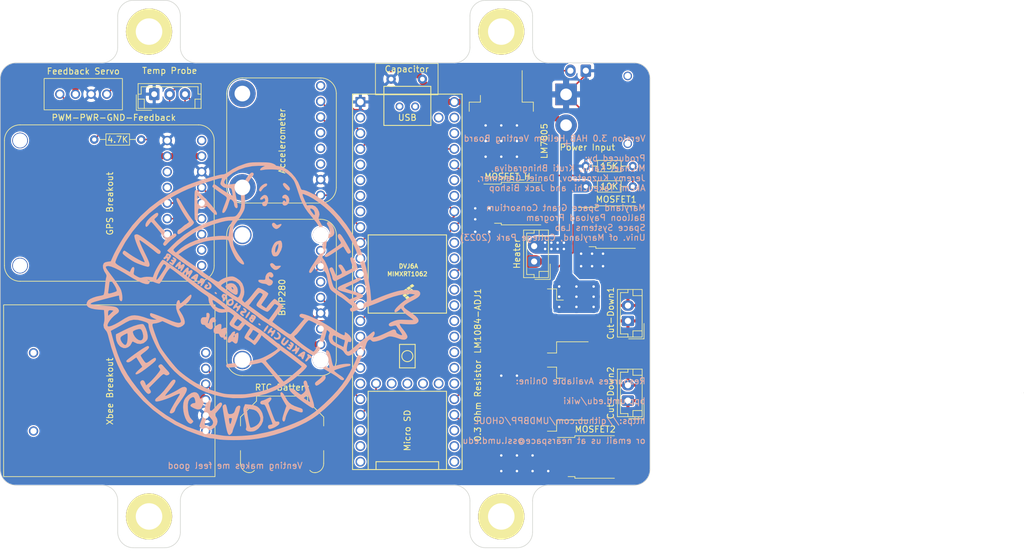
<source format=kicad_pcb>
(kicad_pcb (version 20221018) (generator pcbnew)
  (layers (0 "F.Cu" signal) (31 "B.Cu" signal) (34 "B.Paste" user) (35 "F.Paste" user) (36 "B.SilkS" user "B.Silkscreen") (37 "F.SilkS" user "F.Silkscreen") (38 "B.Mask" user) (39 "F.Mask" user) (44 "Edge.Cuts" user))
  (net 0 "")
  (net 1 "Servo PWM")
  (net 2 "Net-(Cut-Down1-In)")
  (net 3 "Nic2")
  (net 4 "Nic1")
  (net 5 "Net-(LM1084-ADJ1-VO)")
  (net 7 "GND")
  (net 8 "5v pwr")
  (net 15 "Feedback")
  (net 16 "Net-(Cut-Down1-Out)")
  (net 17 "Net-(Cut-Down2-Out)")
  (net 20 "Vin")
  (net 22 "3v3 pwr")
  (net 23 "Xbee DIn")
  (net 24 "Xbee DOut")
  (net 25 "SCL")
  (net 26 "SDA")
  (net 28 "Net-(GPS Breakout1-TX)")
  (net 29 "Net-(GPS Breakout1-RX)")
  (net 66 "Net-(MOSFET_H1-G)")
  (net 67 "Net-(MOSFET_H1-D)")
  (net 68 "Vdiv")
  (net 69 "Net-(BT1-+)")
  (net 71 "Net-(U1-1_TX1_CTX2_MISO1)")
  (footprint "GHOULFootPrints:GHOULIMU" (layer "F.Cu") (at 148.495 91.345 90)
    (fp_text reference "Accelerometer")
    (fp_text value "GHOULIMU")
  )
  (footprint "mechanical:MountingHole_4.3mm_M4_DIN965_Pad" (layer "F.Cu") (at 175.26 142.24)
    (fp_text reference locked "REF**" hide)
    (fp_text value "MountingHole_4.3mm_M4_DIN965_Pad")
  )
  (footprint "Resistor_THT:R_Axial_DIN0204_L3.6mm_D1.6mm_P7.62mm_Horizontal" (layer "F.Cu") (at 196.596 85.344 180)
    (fp_text reference "15K")
    (fp_text value "15K")
  )
  (footprint "Resistor_THT:R_Axial_DIN0204_L3.6mm_D1.6mm_P7.62mm_Horizontal" (layer "F.Cu") (at 188.976 88.646)
    (fp_text reference "10K")
    (fp_text value "10K")
  )
  (footprint "Package_TO_SOT_SMD:TO-252-2" (layer "F.Cu") (at 190.51 132.588)
    (fp_text reference "MOSFET2")
    (fp_text value "IRF540N")
  )
  (footprint "Resistor_THT:R_Axial_DIN0204_L3.6mm_D1.6mm_P7.62mm_Horizontal" (layer "F.Cu") (at 109.22 81.026)
    (fp_text reference "4.7K")
    (fp_text value "4.7K")
  )
  (footprint "GHOULFootPrints:BMP280" (layer "F.Cu") (at 148.495 106.68 90)
    (fp_text reference "BMP280")
    (fp_text value "BMP280")
  )
  (footprint "Connector_JST:JST_EH_B2B-EH-A_1x02_P2.50mm_Vertical" (layer "F.Cu") (at 180.594 100.838 90)
    (fp_text reference "Heater")
    (fp_text value "Heater")
  )
  (footprint "GHOULFootPrints:GhoulResistor" (layer "F.Cu") (at 165.005 68.675 180)
    (fp_text reference "Capacitor")
    (fp_text value "C 10 nano-farad")
  )
  (footprint "" (layer "F.Cu") (at 175.26 63.5)
    (fp_text reference "")
    (fp_text value "")
  )
  (footprint "" (layer "F.Cu") (at 188.976 69.85 90)
    (fp_text reference "")
    (fp_text value "")
  )
  (footprint "Package_TO_SOT_SMD:TO-252-2" (layer "F.Cu") (at 178.572 91.44)
    (fp_text reference "MOSFET_H")
    (fp_text value "IRF540N")
  )
  (footprint "Package_TO_SOT_SMD:TO-263-3_TabPin2" (layer "F.Cu") (at 175.26 77.905 -90)
    (fp_text reference "LM7805")
    (fp_text value "LM7805_TO220")
  )
  (footprint "GHOULFootPrints:ServoPinout" (layer "F.Cu") (at 101.092 76.2)
    (fp_text reference "Feedback Servo")
    (fp_text value "Feedback_Serv")
  )
  (footprint "mechanical:MountingHole_4.3mm_M4_DIN965_Pad" (layer "F.Cu") (at 118.11 63.5)
    (fp_text reference "REF**" hide)
    (fp_text value "MountingHole_4.3mm_M4_DIN965_Pad")
  )
  (footprint "Connector_JST:JST_EH_B3B-EH-A_1x03_P2.50mm_Vertical" (layer "F.Cu") (at 118.952 73.66)
    (fp_text reference "Temp Probe")
    (fp_text value "DS18S20")
  )
  (footprint "teensy.pretty-master:Teensy41" (layer "F.Cu") (at 160.02 104.14 -90)
    (fp_text reference " ")
    (fp_text value "Teensy4.1")
  )
  (footprint "Connector_JST:JST_EH_B2B-EH-A_1x02_P2.50mm_Vertical" (layer "F.Cu") (at 195.81 110.49 90)
    (fp_text reference "Cut-Down1")
    (fp_text value "NichromeConnector")
  )
  (footprint "Battery:BatteryHolder_Keystone_3000_1x12mm" (layer "F.Cu") (at 139.7 129.54)
    (fp_text reference "BT1" hide)
    (fp_text value "Battery_Cell")
  )
  (footprint "GHOULFootPrints:XBee Explorer" (layer "F.Cu") (at 128.81 135.775 90)
    (fp_text reference "Xbee Breakout")
    (fp_text value "Xbee")
  )
  (footprint "GHOULFootPrints:Ultimate GPS Breakout v3" (layer "F.Cu") (at 128.683 104.045 90)
    (fp_text reference "GPS Breakout")
    (fp_text value "Ultimate_GPS_Breakout_v3")
  )
  (footprint "Package_TO_SOT_SMD:TO-263-2" (layer "F.Cu") (at 181.29 123.19 180)
    (fp_text reference "0.3 Ohm Resistor")
    (fp_text value "03")
  )
  (footprint "" (layer "F.Cu") (at 186.476 69.85 90)
    (fp_text reference "")
    (fp_text value "")
  )
  (footprint "mechanical:MountingHole_4.3mm_M4_DIN965_Pad" (layer "F.Cu") (at 118.11 142.24)
    (fp_text reference "REF**" hide)
    (fp_text value "MountingHole_4.3mm_M4_DIN965_Pad")
  )
  (footprint "Package_TO_SOT_SMD:TO-252-2" (layer "F.Cu") (at 193.915 95.249)
    (fp_text reference "MOSFET1")
    (fp_text value "IRF540N")
  )
  (footprint "Package_TO_SOT_SMD:TO-263-3_TabPin2" (layer "F.Cu") (at 181.29 110.49 180)
    (fp_text reference "LM1084-ADJ1")
    (fp_text value "LM1084-ADJ")
  )
  (footprint "Connector_JST:JST_EH_B2B-EH-A_1x02_P2.50mm_Vertical" (layer "F.Cu") (at 195.81 123.425 90)
    (fp_text reference "Cut-Down2")
    (fp_text value "NichromeConnector")
  )
  (footprint "Connector_AMASS:AMASS_XT30PW-M_1x02_P2.50mm_Horizontal" (layer "B.Cu") (at 185.775 73.7 90)
    (fp_text reference "Power Input")
    (fp_text value "Conn_01x02")
  )
  (footprint "LOGO" (layer "B.Cu") (at 134.112 107.95 180)
    (fp_text reference "G***" hide)
    (fp_text value "LOGO" hide)
  )
  (gr_line (start 170.18 66.04) (end 170.18 60.96) (stroke (width 0.1)) (layer "Edge.Cuts"))
  (gr_line (start 172.72 58.42) (end 177.8 58.42) (stroke (width 0.1)) (layer "Edge.Cuts"))
  (gr_arc (start 113.03 60.96) (mid 113.773949 59.163949) (end 115.57 58.42) (stroke (width 0.1)) (layer "Edge.Cuts"))
  (gr_line (start 182.88 68.58) (end 196.85 68.58) (stroke (width 0.1)) (layer "Edge.Cuts"))
  (gr_line (start 182.88 137.16) (end 196.85 137.16) (stroke (width 0.1)) (layer "Edge.Cuts"))
  (gr_line (start 113.03 66.04) (end 113.03 60.96) (stroke (width 0.1)) (layer "Edge.Cuts"))
  (gr_arc (start 115.57 147.32) (mid 113.773949 146.576051) (end 113.03 144.78) (stroke (width 0.1)) (layer "Edge.Cuts"))
  (gr_arc (start 167.64 137.16) (mid 169.436051 137.903949) (end 170.18 139.7) (stroke (width 0.1)) (layer "Edge.Cuts"))
  (gr_line (start 180.34 144.78) (end 180.34 139.7) (stroke (width 0.1)) (layer "Edge.Cuts"))
  (gr_line (start 123.19 60.96) (end 123.19 66.04) (stroke (width 0.1)) (layer "Edge.Cuts"))
  (gr_line (start 96.52 137.16) (end 110.49 137.16) (stroke (width 0.1)) (layer "Edge.Cuts"))
  (gr_line (start 172.72 147.32) (end 177.8 147.32) (stroke (width 0.1)) (layer "Edge.Cuts"))
  (gr_arc (start 170.18 60.96) (mid 170.923949 59.163949) (end 172.72 58.42) (stroke (width 0.1)) (layer "Edge.Cuts"))
  (gr_line (start 199.39 134.62) (end 199.39 71.12) (stroke (width 0.1)) (layer "Edge.Cuts"))
  (gr_arc (start 120.65 58.42) (mid 122.446051 59.163949) (end 123.19 60.96) (stroke (width 0.1)) (layer "Edge.Cuts"))
  (gr_arc (start 110.49 137.16) (mid 112.286051 137.903949) (end 113.03 139.7) (stroke (width 0.1)) (layer "Edge.Cuts"))
  (gr_arc (start 177.8 58.42) (mid 179.596051 59.163949) (end 180.34 60.96) (stroke (width 0.1)) (layer "Edge.Cuts"))
  (gr_line (start 125.73 137.16) (end 167.64 137.16) (stroke (width 0.1)) (layer "Edge.Cuts"))
  (gr_arc (start 172.72 147.32) (mid 170.923949 146.576051) (end 170.18 144.78) (stroke (width 0.1)) (layer "Edge.Cuts"))
  (gr_line (start 123.19 144.78) (end 123.19 139.7) (stroke (width 0.1)) (layer "Edge.Cuts"))
  (gr_line (start 115.57 147.32) (end 120.65 147.32) (stroke (width 0.1)) (layer "Edge.Cuts"))
  (gr_arc (start 182.88 68.58) (mid 181.083949 67.836051) (end 180.34 66.04) (stroke (width 0.1)) (layer "Edge.Cuts"))
  (gr_line (start 113.03 139.7) (end 113.03 144.78) (stroke (width 0.1)) (layer "Edge.Cuts"))
  (gr_arc (start 93.98 71.12) (mid 94.723949 69.323949) (end 96.52 68.58) (stroke (width 0.1)) (layer "Edge.Cuts"))
  (gr_arc (start 170.18 66.04) (mid 169.436051 67.836051) (end 167.64 68.58) (stroke (width 0.1)) (layer "Edge.Cuts"))
  (gr_arc (start 123.19 139.7) (mid 123.933949 137.903949) (end 125.73 137.16) (stroke (width 0.1)) (layer "Edge.Cuts"))
  (gr_arc (start 125.73 68.58) (mid 123.933949 67.836051) (end 123.19 66.04) (stroke (width 0.1)) (layer "Edge.Cuts"))
  (gr_arc (start 96.52 137.16) (mid 94.723949 136.416051) (end 93.98 134.62) (stroke (width 0.1)) (layer "Edge.Cuts"))
  (gr_line (start 93.98 71.12) (end 93.98 134.62) (stroke (width 0.1)) (layer "Edge.Cuts"))
  (gr_line (start 180.34 60.96) (end 180.34 66.04) (stroke (width 0.1)) (layer "Edge.Cuts"))
  (gr_line (start 170.18 139.7) (end 170.18 144.78) (stroke (width 0.1)) (layer "Edge.Cuts"))
  (gr_arc (start 180.34 139.7) (mid 181.083949 137.903949) (end 182.88 137.16) (stroke (width 0.1)) (layer "Edge.Cuts"))
  (gr_line (start 260.03 122.155) (end 260.03 122.155) (stroke (width 0.1)) (layer "Edge.Cuts"))
  (gr_arc (start 196.85 68.58) (mid 198.646051 69.323949) (end 199.39 71.12) (stroke (width 0.1)) (layer "Edge.Cuts"))
  (gr_line (start 115.57 58.42) (end 120.65 58.42) (stroke (width 0.1)) (layer "Edge.Cuts"))
  (gr_line (start 125.73 68.58) (end 167.64 68.58) (stroke (width 0.1)) (layer "Edge.Cuts"))
  (gr_arc (start 199.39 134.62) (mid 198.646051 136.416051) (end 196.85 137.16) (stroke (width 0.1)) (layer "Edge.Cuts"))
  (gr_line (start 96.52 68.58) (end 110.49 68.58) (stroke (width 0.1)) (layer "Edge.Cuts"))
  (gr_arc (start 180.34 144.78) (mid 179.596051 146.576051) (end 177.8 147.32) (stroke (width 0.1)) (layer "Edge.Cuts"))
  (gr_arc (start 123.19 144.78) (mid 122.446051 146.576051) (end 120.65 147.32) (stroke (width 0.1)) (layer "Edge.Cuts"))
  (gr_arc (start 113.03 66.04) (mid 112.286051 67.836051) (end 110.49 68.58) (stroke (width 0.1)) (layer "Edge.Cuts"))
  (gr_text "Version 3.0 HAB Helium Venting Board \n\nProduced by:\nMichael Kalin, Kruti Bhingradiya, \nJeremy Kuznetsov, Daniel Grammer, \nAkemi Takeuchi, and Jack Bishop\n\nMaryland Space Grant Consortium\nBalloon Payload Program\nSpace Systems Lab\nUniv. of Maryland, College Park (2023)" (at 198.755 88.9) (layer "B.SilkS") (effects (font (size 1 1)) (justify left mirror)))
  (gr_text "Venting makes me feel good" (at 132.08 133.985) (layer "B.SilkS") (effects (font (size 1 1)) (justify mirror)))
  (gr_text "Resources Available Online:\n\nbpp.umd.edu/wiki\n\nhttps://github.com/UMDBPP/GHOUL\n\nor email us at nearspace@ssl.umd.edu" (at 198.755 125.095) (layer "B.SilkS") (effects (font (size 1 1)) (justify left mirror)))
  (gr_text "PWM-PWR-GND-Feedback" (at 112.395 77.47) (layer "F.SilkS") (effects (font (size 1 1))))
  (gr_text "RTC Battery" (at 139.7 121.285) (layer "F.SilkS") (effects (font (size 1 1))))
  (segment (start 118.063827 71.062) (end 146.259251 71.062) (width 0.25) (layer "F.Cu") (net 1))
  (segment (start 151.384 76.2) (end 152.720991 76.2) (width 0.25) (layer "F.Cu") (net 1))
  (segment (start 146.259251 71.062) (end 151.384 76.186749) (width 0.25) (layer "F.Cu") (net 1))
  (segment (start 151.384 76.186749) (end 151.384 76.2) (width 0.25) (layer "F.Cu") (net 1))
  (segment (start 152.720991 76.2) (end 153.67 77.149009) (width 0.25) (layer "F.Cu") (net 1))
  (segment (start 113.941827 75.184) (end 118.063827 71.062) (width 0.25) (layer "F.Cu") (net 1))
  (segment (start 103.632 73.66) (end 105.156 75.184) (width 0.25) (layer "F.Cu") (net 1))
  (segment (start 153.67 77.149009) (end 153.67 81.28) (width 0.25) (layer "F.Cu") (net 1))
  (segment (start 153.67 81.28) (end 152.4 82.55) (width 0.25) (layer "F.Cu") (net 1))
  (segment (start 105.156 75.184) (end 113.941827 75.184) (width 0.25) (layer "F.Cu") (net 1))
  (segment (start 187.065 113.03) (end 192.024 113.03) (width 0.25) (layer "F.Cu") (net 2))
  (segment (start 171.965 130.055) (end 185.47 130.055) (width 0.25) (layer "F.Cu") (net 3))
  (segment (start 167.64 125.73) (end 171.965 130.055) (width 0.25) (layer "F.Cu") (net 3))
  (segment (start 172.466 104.394) (end 181.864 104.394) (width 0.25) (layer "F.Cu") (net 4))
  (segment (start 186.944 99.314) (end 186.944 94.9) (width 0.25) (layer "F.Cu") (net 4))
  (segment (start 171.45 105.41) (end 172.466 104.394) (width 0.25) (layer "F.Cu") (net 4))
  (segment (start 186.944 94.9) (end 188.875 92.969) (width 0.25) (layer "F.Cu") (net 4))
  (segment (start 181.864 104.394) (end 186.944 99.314) (width 0.25) (layer "F.Cu") (net 4))
  (segment (start 171.45 119.38) (end 171.45 105.41) (width 0.25) (layer "F.Cu") (net 4))
  (segment (start 167.64 123.19) (end 171.45 119.38) (width 0.25) (layer "F.Cu") (net 4))
  (segment (start 187.065 110.49) (end 177.915 110.49) (width 2) (layer "F.Cu") (net 5))
  (segment (start 177.8 134.873) (end 180.34 134.873) (width 2) (layer "F.Cu") (net 7))
  (segment (start 175.26 132.333) (end 177.8 134.873) (width 2) (layer "F.Cu") (net 7))
  (segment (start 135.985 125.825) (end 127.31 125.825) (width 1) (layer "F.Cu") (net 7))
  (segment (start 175.26 72.13) (end 175.26 81.28) (width 1) (layer "F.Cu") (net 7))
  (segment (start 184.615 134.873) (end 184.62 134.868) (width 2) (layer "F.Cu") (net 7))
  (segment (start 177.8 132.333) (end 175.26 132.333) (width 2) (layer "F.Cu") (net 7))
  (segment (start 182.88 134.873) (end 180.34 134.873) (width 2) (layer "F.Cu") (net 7))
  (segment (start 180.34 132.333) (end 177.8 132.333) (width 2) (layer "F.Cu") (net 7))
  (segment (start 182.88 134.873) (end 184.615 134.873) (width 2) (layer "F.Cu") (net 7))
  (segment (start 175.26 132.333) (end 175.26 134.873) (width 2) (layer "F.Cu") (net 7))
  (segment (start 139.7 129.54) (end 135.985 125.825) (width 1) (layer "F.Cu") (net 7))
  (segment (start 188.976 76.901) (end 185.775 73.7) (width 0.25) (layer "F.Cu") (net 7))
  (segment (start 185.47 134.868) (end 182.885 134.868) (width 2) (layer "F.Cu") (net 7))
  (segment (start 177.8 132.333) (end 180.34 134.873) (width 2) (layer "F.Cu") (net 7))
  (segment (start 188.976 85.344) (end 188.976 76.901) (width 0.25) (layer "F.Cu") (net 7))
  (segment (start 180.34 134.873) (end 180.34 132.333) (width 2) (layer "F.Cu") (net 7))
  (segment (start 184.205 133.603) (end 185.47 134.868) (width 2) (layer "F.Cu") (net 7))
  (segment (start 175.26 134.873) (end 177.8 134.873) (width 2) (layer "F.Cu") (net 7))
  (segment (start 180.34 132.333) (end 181.61 133.603) (width 2) (layer "F.Cu") (net 7))
  (segment (start 185.775 73.7) (end 188.976 70.499) (width 0.25) (layer "F.Cu") (net 7))
  (segment (start 181.61 133.603) (end 182.88 134.873) (width 2) (layer "F.Cu") (net 7))
  (segment (start 188.976 70.499) (end 188.976 69.85) (width 0.25) (layer "F.Cu") (net 7))
  (segment (start 181.61 133.603) (end 184.205 133.603) (width 2) (layer "F.Cu") (net 7))
  (segment (start 182.885 134.868) (end 182.88 134.873) (width 2) (layer "F.Cu") (net 7))
  (segment (start 173.228 96.106) (end 173.321 96.013) (width 0.25) (layer "F.Cu") (net 7))
  (via (at 175.26 132.333) (size 0.8) (drill 0.4) (layers "F.Cu" "B.Cu") (net 7))
  (via (at 175.26 78.74) (size 0.8) (drill 0.4) (layers "F.Cu" "B.Cu") (net 7))
  (via (at 175.26 83.82) (size 0.8) (drill 0.4) (layers "F.Cu" "B.Cu") (net 7))
  (via (at 171.035 93.981) (size 0.8) (drill 0.4) (layers "F.Cu" "B.Cu") (net 7))
  (via (at 172.72 83.82) (size 0.8) (drill 0.4) (layers "F.Cu" "B.Cu") (net 7))
  (via (at 175.26 119.38) (size 0.8) (drill 0.4) (layers "F.Cu" "B.Cu") (net 7))
  (via (at 172.72 81.28) (size 0.8) (drill 0.4) (layers "F.Cu" "B.Cu") (net 7))
  (via (at 171.035 92.203) (size 0.8) (drill 0.4) (layers "F.Cu" "B.Cu") (net 7))
  (via (at 171.035 96.013) (size 0.8) (drill 0.4) (layers "F.Cu" "B.Cu") (net 7))
  (via (at 173.321 92.203) (size 0.8) (drill 0.4) (layers "F.Cu" "B.Cu") (net 7))
  (via (at 189.992 99.568) (size 0.8) (drill 0.4) (layers "F.Cu" "B.Cu") (net 7))
  (via (at 180.34 132.333) (size 0.8) (drill 0.4) (layers "F.Cu" "B.Cu") (net 7))
  (via (at 191.77 99.568) (size 0.8) (drill 0.4) (layers "F.Cu" "B.Cu") (net 7))
  (via (at 188.214 101.6) (size 0.8) (drill 0.4) (layers "F.Cu" "B.Cu") (net 7))
  (via (at 177.8 119.38) (size 0.8) (drill 0.4) (layers "F.Cu" "B.Cu") (net 7))
  (via (at 175.26 81.28) (size 0.8) (drill 0.4) (layers "F.Cu" "B.Cu") (net 7))
  (via (at 177.8 132.333) (size 0.8) (drill 0.4) (layers "F.Cu" "B.Cu") (net 7))
  (via (at 191.77 101.6) (size 0.8) (drill 0.4) (layers "F.Cu" "B.Cu") (net 7))
  (via (at 182.88 134.873) (size 0.8) (drill 0.4) (layers "F.Cu" "B.Cu") (net 7))
  (via (at 188.214 99.568) (size 0.8) (drill 0.4) (layers "F.Cu" "B.Cu") (net 7))
  (via (at 189.992 101.6) (size 0.8) (drill 0.4) (layers "F.Cu" "B.Cu") (net 7))
  (via (at 177.8 134.873) (size 0.8) (drill 0.4) (layers "F.Cu" "B.Cu") (net 7))
  (via (at 172.72 78.74) (size 0.8) (drill 0.4) (layers "F.Cu" "B.Cu") (net 7))
  (via (at 175.26 134.873) (size 0.8) (drill 0.4) (layers "F.Cu" "B.Cu") (net 7))
  (via (at 177.8 83.82) (size 0.8) (drill 0.4) (layers "F.Cu" "B.Cu") (net 7))
  (via (at 180.34 134.873) (size 0.8) (drill 0.4) (layers "F.Cu" "B.Cu") (net 7))
  (via (at 177.8 81.28) (size 0.8) (drill 0.4) (layers "F.Cu" "B.Cu") (net 7))
  (via (at 177.8 78.74) (size 0.8) (drill 0.4) (layers "F.Cu" "B.Cu") (net 7))
  (via (at 173.321 96.013) (size 0.8) (drill 0.4) (layers "F.Cu" "B.Cu") (net 7))
  (segment (start 172.72 72.13) (end 172.72 72.39) (width 1) (layer "F.Cu") (net 8))
  (segment (start 107.853489 69.596) (end 160.846 69.596) (width 1) (layer "F.Cu") (net 8))
  (segment (start 124.951489 104.88549) (end 124.832744 104.766745) (width 1) (layer "F.Cu") (net 8))
  (segment (start 160.846 69.596) (end 162.465 71.215) (width 1) (layer "F.Cu") (net 8))
  (segment (start 101.092 71.374) (end 102.87 69.596) (width 1) (layer "F.Cu") (net 8))
  (segment (start 107.696 69.753489) (end 107.853489 69.596) (width 1) (layer "F.Cu") (net 8))
  (segment (start 172.72 72.39) (end 170.18 74.93) (width 1) (layer "F.Cu") (net 8))
  (segment (start 127.31 123.285) (end 124.951489 120.926489) (width 1) (layer "F.Cu") (net 8))
  (segment (start 107.696 69.753489) (end 106.172 71.277489) (width 1) (layer "F.Cu") (net 8))
  (segment (start 124.951489 120.926489) (end 124.951489 104.88549) (width 1) (layer "F.Cu") (net 8))
  (segment (start 165.735 74.93) (end 167.64 74.93) (width 1) (layer "F.Cu") (net 8))
  (segment (start 162.465 71.215) (end 162.465 71.66) (width 1) (layer "F.Cu") (net 8))
  (segment (start 103.791 83.725) (end 101.6 81.534) (width 1) (layer "F.Cu") (net 8))
  (segment (start 145.955 114.3) (end 134.366 114.3) (width 1) (layer "F.Cu") (net 8))
  (segment (start 134.366 114.3) (end 108.363 88.297) (width 1) (layer "F.Cu") (net 8))
  (segment (start 121.063 83.725) (end 126.651 83.725) (width 1) (layer "F.Cu") (net 8))
  (segment (start 102.87 69.596) (end 107.853489 69.596) (width 1) (layer "F.Cu") (net 8))
  (segment (start 129.413 109.347) (end 101.092 81.026) (width 1) (layer "F.Cu") (net 8))
  (segment (start 170.18 74.93) (end 167.64 74.93) (width 1) (layer "F.Cu") (net 8))
  (segment (start 162.465 71.66) (end 165.735 74.93) (width 1) (layer "F.Cu") (net 8))
  (segment (start 106.172 71.277489) (end 106.172 73.66) (width 1) (layer "F.Cu") (net 8))
  (segment (start 121.063 83.725) (end 103.791 83.725) (width 1) (layer "F.Cu") (net 8))
  (segment (start 101.092 81.026) (end 101.092 71.374) (width 1) (layer "F.Cu") (net 8))
  (segment (start 167.64 82.55) (end 163.068 82.55) (width 0.25) (layer "F.Cu") (net 15))
  (segment (start 151.13 70.612) (end 114.3 70.612) (width 0.25) (layer "F.Cu") (net 15))
  (segment (start 163.068 82.55) (end 151.13 70.612) (width 0.25) (layer "F.Cu") (net 15))
  (segment (start 111.252 73.66) (end 114.3 70.612) (width 0.25) (layer "F.Cu") (net 15))
  (segment (start 180.08 69.85) (end 177.8 72.13) (width 0.25) (layer "F.Cu") (net 20))
  (segment (start 186.476 69.85) (end 180.08 69.85) (width 0.25) (layer "F.Cu") (net 20))
  (segment (start 185.775 78.7) (end 185.38 78.7) (width 2) (layer "F.Cu") (net 20))
  (segment (start 178.81 72.13) (end 177.8 72.13) (width 1) (layer "F.Cu") (net 20))
  (segment (start 185.38 78.7) (end 178.81 72.13) (width 1) (layer "F.Cu") (net 20))
  (via (at 187.452 108.204) (size 0.8) (drill 0.4) (layers "F.Cu" "B.Cu") (net 20))
  (via (at 182.372 98.806) (size 0.8) (drill 0.4) (layers "F.Cu" "B.Cu") (net 20))
  (via (at 185.42 97.79) (size 0.8) (drill 0.4) (layers "F.Cu" "B.Cu") (net 20))
  (via (at 184.404 98.806) (size 0.8) (drill 0.4) (layers "F.Cu" "B.Cu") (net 20))
  (via (at 185.42 98.806) (size 0.8) (drill 0.4) (layers "F.Cu" "B.Cu") (net 20))
  (via (at 190.246 106.553) (size 0.8) (drill 0.4) (layers "F.Cu" "B.Cu") (net 20))
  (via (at 184.658 104.902) (size 0.8) (drill 0.4) (layers "F.Cu" "B.Cu") (net 20))
  (via (at 190.246 108.204) (size 0.8) (drill 0.4) (layers "F.Cu" "B.Cu") (net 20))
  (via (at 184.658 108.204) (size 0.8) (drill 0.4) (layers "F.Cu" "B.Cu") (net 20))
  (via (at 182.372 97.79) (size 0.8) (drill 0.4) (layers "F.Cu" "B.Cu") (net 20))
  (via (at 187.452 104.902) (size 0.8) (drill 0.4) (layers "F.Cu" "B.Cu") (net 20))
  (via (at 183.388 97.79) (size 0.8) (drill 0.4) (layers "F.Cu" "B.Cu") (net 20))
  (via (at 190.246 104.902) (size 0.8) (drill 0.4) (layers "F.Cu" "B.Cu") (net 20))
  (via (at 183.388 98.806) (size 0.8) (drill 0.4) (layers "F.Cu" "B.Cu") (net 20))
  (via (at 184.404 97.79) (size 0.8) (drill 0.4) (layers "F.Cu" "B.Cu") (net 20))
  (via (at 187.452 106.553) (size 0.8) (drill 0.4) (layers "F.Cu" "B.Cu") (net 20))
  (via (at 184.658 106.553) (size 0.8) (drill 0.4) (layers "F.Cu" "B.Cu") (net 20))
  (segment (start 184.658 106.553) (end 184.658 108.204) (width 2) (layer "B.Cu") (net 20))
  (segment (start 184.658 108.204) (end 187.452 108.204) (width 2) (layer "B.Cu") (net 20))
  (segment (start 190.246 106.553) (end 190.246 104.902) (width 2) (layer "B.Cu") (net 20))
  (segment (start 184.658 104.902) (end 184.658 106.553) (width 2) (layer "B.Cu") (net 20))
  (segment (start 184.658 106.553) (end 187.452 106.553) (width 2) (layer "B.Cu") (net 20))
  (segment (start 185.775 102.4884) (end 185.7756 102.489) (width 2) (layer "B.Cu") (net 20))
  (segment (start 190.246 104.902) (end 187.452 104.902) (width 2) (layer "B.Cu") (net 20))
  (segment (start 187.452 104.902) (end 184.658 104.902) (width 2) (layer "B.Cu") (net 20))
  (segment (start 185.775 78.7) (end 185.775 88.646) (width 2) (layer "B.Cu") (net 20))
  (segment (start 185.7756 102.489) (end 185.7756 103.2256) (width 2) (layer "B.Cu") (net 20))
  (segment (start 187.452 106.553) (end 190.246 106.553) (width 2) (layer "B.Cu") (net 20))
  (segment (start 185.7756 102.489) (end 184.658 104.902) (width 2) (layer "B.Cu") (net 20))
  (segment (start 187.452 108.204) (end 190.246 108.204) (width 2) (layer "B.Cu") (net 20))
  (segment (start 190.246 108.204) (end 190.246 106.553) (width 2) (layer "B.Cu") (net 20))
  (segment (start 185.775 97.917) (end 185.775 102.4884) (width 2) (layer "B.Cu") (net 20))
  (segment (start 185.775 88.646) (end 188.976 88.646) (width 2) (layer "B.Cu") (net 20))
  (segment (start 185.775 88.646) (end 185.775 97.917) (width 2) (layer "B.Cu") (net 20))
  (segment (start 187.452 104.902) (end 187.452 106.553) (width 2) (layer "B.Cu") (net 20))
  (segment (start 185.7756 103.2256) (end 187.452 104.902) (width 2) (layer "B.Cu") (net 20))
  (segment (start 152.4 110.49) (end 154.178 108.712) (width 0.25) (layer "F.Cu") (net 22))
  (segment (start 154.178 108.712) (end 154.178 92.897009) (width 0.25) (layer "F.Cu") (net 22))
  (segment (start 140.367 90.075) (end 145.955 90.075) (width 0.25) (layer "F.Cu") (net 22))
  (segment (start 118.188 81.026) (end 116.84 81.026) (width 0.25) (layer "F.Cu") (net 22))
  (segment (start 123.952 75.262) (end 118.188 81.026) (width 0.25) (layer "F.Cu") (net 22))
  (segment (start 152.720991 91.44) (end 150.175405 91.44) (width 0.25) (layer "F.Cu") (net 22))
  (segment (start 154.178 92.897009) (end 152.720991 91.44) (width 0.25) (layer "F.Cu") (net 22))
  (segment (start 150.175405 91.44) (end 148.810405 90.075) (width 0.25) (layer "F.Cu") (net 22))
  (segment (start 123.952 73.41) (end 123.952 75.262) (width 0.25) (layer "F.Cu") (net 22))
  (segment (start 148.810405 90.075) (end 145.955 90.075) (width 0.25) (layer "F.Cu") (net 22))
  (segment (start 123.952 73.66) (end 140.367 90.075) (width 0.25) (layer "F.Cu") (net 22))
  (segment (start 152.720991 121.92) (end 131.064 121.92) (width 0.25) (layer "F.Cu") (net 23))
  (segment (start 152.4 125.73) (end 153.525 124.605) (width 0.25) (layer "F.Cu") (net 23))
  (segment (start 127.349 118.205) (end 127.31 118.205) (width 0.25) (layer "F.Cu") (net 23))
  (segment (start 153.525 122.724009) (end 152.720991 121.92) (width 0.25) (layer "F.Cu") (net 23))
  (segment (start 153.525 124.605) (end 153.525 122.724009) (width 0.25) (layer "F.Cu") (net 23))
  (segment (start 131.064 121.92) (end 127.349 118.205) (width 0.25) (layer "F.Cu") (net 23))
  (segment (start 127.31 120.745) (end 128.935 122.37) (width 0.25) (layer "F.Cu") (net 24))
  (segment (start 128.935 122.37) (end 151.58 122.37) (width 0.25) (layer "F.Cu") (net 24))
  (segment (start 151.58 122.37) (end 152.4 123.19) (width 0.25) (layer "F.Cu") (net 24))
  (segment (start 151.035 111.76) (end 145.955 106.68) (width 0.25) (layer "F.Cu") (net 25))
  (segment (start 167.64 92.71) (end 167.64 93.472) (width 0.25) (layer "F.Cu") (net 25))
  (segment (start 167.64 92.71) (end 166.82 91.89) (width 0.25) (layer "F.Cu") (net 25))
  (segment (start 147.042 78.462) (end 145.955 77.375) (width 0.25) (layer "F.Cu") (net 25))
  (segment (start 147.042 84.812) (end 147.042 78.462) (width 0.25) (layer "F.Cu") (net 25))
  (segment (start 163.83 97.282) (end 163.83 103.503604) (width 0.25) (layer "F.Cu") (net 25))
  (segment (start 166.82 91.89) (end 159.833604 91.89) (width 0.25) (layer "F.Cu") (net 25))
  (segment (start 159.833604 91.89) (end 156.843604 88.9) (width 0.25) (layer "F.Cu") (net 25))
  (segment (start 156.843604 88.9) (end 151.13 88.9) (width 0.25) (layer "F.Cu") (net 25))
  (segment (start 167.64 93.472) (end 163.83 97.282) (width 0.25) (layer "F.Cu") (net 25))
  (segment (start 155.573604 111.76) (end 151.035 111.76) (width 0.25) (layer "F.Cu") (net 25))
  (segment (start 151.13 88.9) (end 147.042 84.812) (width 0.25) (layer "F.Cu") (net 25))
  (segment (start 163.83 103.503604) (end 155.573604 111.76) (width 0.25) (layer "F.Cu") (net 25))
  (segment (start 164.28 98.61) (end 164.28 103.69) (width 0.25) (layer "F.Cu") (net 26))
  (segment (start 145.955 74.835) (end 147.492 76.372) (width 0.25) (layer "F.Cu") (net 26))
  (segment (start 164.28 103.69) (end 153.67 114.3) (width 0.25) (layer "F.Cu") (net 26))
  (segment (start 150.876 114.3) (end 147.066 110.49) (width 0.25) (layer "F.Cu") (net 26))
  (segment (start 168.91 93.98) (end 167.64 95.25) (width 0.25) (layer "F.Cu") (net 26))
  (segment (start 167.64 95.25) (end 164.28 98.61) (width 0.25) (layer "F.Cu") (net 26))
  (segment (start 147.492 76.372) (end 147.492 84.625604) (width 0.25) (layer "F.Cu") (net 26))
  (segment (start 149.226396 86.36) (end 154.94 86.36) (width 0.25) (layer "F.Cu") (net 26))
  (segment (start 153.67 114.3) (end 150.876 114.3) (width 0.25) (layer "F.Cu") (net 26))
  (segment (start 147.492 84.625604) (end 149.226396 86.36) (width 0.25) (layer "F.Cu") (net 26))
  (segment (start 144.526 103.029) (end 145.955 101.6) (width 0.25) (layer "F.Cu") (net 26))
  (segment (start 154.94 86.36) (end 160.02 91.44) (width 0.25) (layer "F.Cu") (net 26))
  (segment (start 147.066 110.49) (end 145.542 110.49) (width 0.25) (layer "F.Cu") (net 26))
  (segment (start 168.181496 91.44) (end 168.91 92.168504) (width 0.25) (layer "F.Cu") (net 26))
  (segment (start 160.02 91.44) (end 168.181496 91.44) (width 0.25) (layer "F.Cu") (net 26))
  (segment (start 145.542 110.49) (end 144.526 109.474) (width 0.25) (layer "F.Cu") (net 26))
  (segment (start 168.91 92.168504) (end 168.91 93.98) (width 0.25) (layer "F.Cu") (net 26))
  (segment (start 144.526 109.474) (end 144.526 103.029) (width 0.25) (layer "F.Cu") (net 26))
  (segment (start 149.04 91.89) (end 152.4 95.25) (width 0.25) (layer "F.Cu") (net 28))
  (segment (start 127.196 91.89) (end 149.04 91.89) (width 0.25) (layer "F.Cu") (net 28))
  (segment (start 121.063 93.885) (end 124.111 93.885) (width 0.25) (layer "F.Cu") (net 28))
  (segment (start 124.111 93.885) (end 126.651 91.345) (width 0.25) (layer "F.Cu") (net 28))
  (segment (start 126.651 91.345) (end 127.196 91.89) (width 0.25) (layer "F.Cu") (net 28))
  (segment (start 153.67 94.742) (end 153.67 96.52) (width 0.25) (layer "F.Cu") (net 29))
  (segment (start 124.111 91.345) (end 126.651 88.805) (width 0.25) (layer "F.Cu") (net 29))
  (segment (start 126.651 88.805) (end 129.286 91.44) (width 0.25) (layer "F.Cu") (net 29))
  (segment (start 152.908 93.98) (end 153.67 94.742) (width 0.25) (layer "F.Cu") (net 29))
  (segment (start 121.063 91.345) (end 124.111 91.345) (width 0.25) (layer "F.Cu") (net 29))
  (segment (start 129.286 91.44) (end 149.318504 91.44) (width 0.25) (layer "F.Cu") (net 29))
  (segment (start 151.858504 93.98) (end 152.908 93.98) (width 0.25) (layer "F.Cu") (net 29))
  (segment (start 149.318504 91.44) (end 151.858504 93.98) (width 0.25) (layer "F.Cu") (net 29))
  (segment (start 153.67 96.52) (end 152.4 97.79) (width 0.25) (layer "F.Cu") (net 29))
  (segment (start 173.532 89.16) (end 171.444 89.16) (width 0.25) (layer "F.Cu") (net 66))
  (segment (start 173.776 89.414) (end 173.776 89.404) (width 0.25) (layer "F.Cu") (net 66))
  (segment (start 169.672 90.932) (end 169.672 100.838) (width 0.25) (layer "F.Cu") (net 66))
  (segment (start 171.444 89.16) (end 169.672 90.932) (width 0.25) (layer "F.Cu") (net 66))
  (segment (start 169.672 100.838) (end 167.64 102.87) (width 0.25) (layer "F.Cu") (net 66))
  (segment (start 196.596 88.646) (end 196.596 86.868) (width 0.25) (layer "F.Cu") (net 68))
  (segment (start 196.596 86.868) (end 169.418 86.868) (width 0.25) (layer "F.Cu") (net 68))
  (segment (start 169.418 86.868) (end 167.64 85.09) (width 0.25) (layer "F.Cu") (net 68))
  (segment (start 196.596 86.868) (end 196.596 85.344) (width 0.25) (layer "F.Cu") (net 68))
  (segment (start 154.94 127.541496) (end 154.94 120.65) (width 0.25) (layer "F.Cu") (net 69))
  (segment (start 152.941496 129.54) (end 154.94 127.541496) (width 0.25) (layer "F.Cu") (net 69))
  (segment (start 147.6 129.54) (end 152.941496 129.54) (width 0.25) (layer "F.Cu") (net 69))
  (segment (start 110.744 79.502) (end 117.348 79.502) (width 0.25) (layer "F.Cu") (net 71))
  (segment (start 109.22 81.026) (end 110.744 79.502) (width 0.25) (layer "F.Cu") (net 71))
  (segment (start 117.348 79.502) (end 121.452 75.398) (width 0.25) (layer "F.Cu") (net 71))
  (segment (start 152.4 80.01) (end 152.4 79.742749) (width 0.25) (layer "F.Cu") (net 71))
  (segment (start 121.452 75.398) (end 121.452 73.66) (width 0.25) (layer "F.Cu") (net 71))
  (segment (start 128.631351 76.049) (end 124.718351 72.136) (width 0.25) (layer "F.Cu") (net 71))
  (segment (start 136.818 73.748) (end 134.517 76.049) (width 0.25) (layer "F.Cu") (net 71))
  (segment locked (start 152.4 79.742749) (end 146.405251 73.748) (width 0.25) (layer "F.Cu") (net 71))
  (segment (start 122.976 72.136) (end 121.452 73.66) (width 0.25) (layer "F.Cu") (net 71))
  (segment (start 124.718351 72.136) (end 122.976 72.136) (width 0.25) (layer "F.Cu") (net 71))
  (segment (start 146.405251 73.748) (end 136.818 73.748) (width 0.25) (layer "F.Cu") (net 71))
  (segment (start 134.517 76.049) (end 128.631351 76.049) (width 0.25) (layer "F.Cu") (net 71))
  (zone (net 7) (net_name "GND") (layer "F.Cu") (priority 12) (connect_pads yes (clearance 0.127)) (min_thickness 0.25) (fill yes (thermal_gap 0.5) (thermal_bridge_width 0.5) (smoothing fillet) (radius 1))
    (polygon (pts (xy 174.855 91.187) (xy 170.029 91.187) (xy 170.029 96.521) (xy 174.855 96.521)))
  )
  (zone (net 2) (net_name "Net-(Cut-Down1-In)") (layer "F.Cu") (priority 1) (connect_pads (clearance 0.127)) (min_thickness 0.25) (fill yes (thermal_gap 0.5) (thermal_bridge_width 0.5) (smoothing fillet) (radius 1))
    (polygon (pts (xy 184.658 126.492) (xy 193.294 126.492) (xy 193.294 121.158) (xy 198.374 121.158) (xy 198.374 110.236) (xy 189.992 110.236) (xy 189.992 121.412) (xy 184.658 123.444)))
  )
  (zone (net 17) (net_name "Net-(Cut-Down2-Out)") (layer "F.Cu") (priority 10) (connect_pads (clearance 0.127)) (min_thickness 0.25) (fill yes (thermal_gap 0.5) (thermal_bridge_width 0.5) (smoothing fillet) (radius 1))
    (polygon (pts (xy 188.468 135.636) (xy 188.468 129.286) (xy 193.294 129.286) (xy 193.548 128.27) (xy 193.548 123.19) (xy 198.12 123.19) (xy 198.12 135.636)))
  )
  (zone (net 20) (net_name "Vin") (layer "F.Cu") (priority 16) (connect_pads yes (clearance 0.127)) (min_thickness 0.25) (fill yes (thermal_gap 0.5) (thermal_bridge_width 0.5) (smoothing fillet) (radius 1))
    (polygon (pts (xy 183.769 109.093) (xy 183.769 104.013) (xy 191.008 104.013) (xy 191.008 109.093)))
  )
  (zone (net 67) (net_name "Net-(MOSFET_H1-D)") (layer "F.Cu") (priority 14) (connect_pads yes (clearance 0.127)) (min_thickness 0.25) (fill yes (thermal_gap 0.5) (thermal_bridge_width 0.5) (smoothing fillet) (radius 2.5))
    (polygon (pts (xy 178.826 98.298) (xy 176.54 98.298) (xy 176.54 88.392) (xy 183.144 88.392) (xy 183.144 94.488) (xy 178.826 94.488)))
  )
  (zone (net 7) (net_name "GND") (layer "F.Cu") (priority 11) (connect_pads (clearance 0.127)) (min_thickness 0.25) (fill yes (thermal_gap 0.5) (thermal_bridge_width 0.5) (smoothing fillet) (radius 1))
    (polygon (pts (xy 187.452 102.616) (xy 187.452 96.52) (xy 190.246 96.52) (xy 190.246 98.552) (xy 192.532 98.552) (xy 192.532 102.616)))
  )
  (zone (net 20) (net_name "Vin") (layer "F.Cu") (priority 17) (connect_pads yes (clearance 0.127)) (min_thickness 0.25) (fill yes (thermal_gap 0.5) (thermal_bridge_width 0.5) (smoothing fillet) (radius 2.5))
    (polygon (pts (xy 179.578 99.568) (xy 179.578 96.774) (xy 186.055 96.774) (xy 186.055 99.568)))
  )
  (zone (net 16) (net_name "Net-(Cut-Down1-Out)") (layer "F.Cu") (priority 5) (connect_pads (clearance 0.127)) (min_thickness 0.25) (fill yes (thermal_gap 0.5) (thermal_bridge_width 0.5) (smoothing fillet) (radius 1))
    (polygon (pts (xy 192.786 108.204) (xy 198.628 108.204) (xy 198.628 98.298) (xy 198.628 92.202) (xy 191.77 92.202) (xy 191.77 98.298) (xy 192.786 98.298)))
  )
  (zone (net 5) (net_name "Net-(LM1084-ADJ1-VO)") (layer "F.Cu") (priority 4) (connect_pads yes (clearance 0.127)) (min_thickness 0.25) (fill yes (thermal_gap 0.5) (thermal_bridge_width 0.5) (smoothing fillet) (radius 2.5))
    (polygon (pts (xy 172.974 104.902) (xy 172.974 117.348) (xy 183.388 117.348) (xy 183.388 121.412) (xy 189.484 121.412) (xy 189.484 115.57) (xy 183.007 113.538) (xy 183.007 104.902) (xy 178.054 104.902)))
  )
  (zone (net 67) (net_name "Net-(MOSFET_H1-D)") (layer "F.Cu") (priority 18) (connect_pads yes (clearance 0.127)) (min_thickness 0.25) (fill yes (thermal_gap 0.5) (thermal_bridge_width 0.5) (smoothing fillet) (radius 2.5))
    (polygon (pts (xy 181.864 101.854) (xy 181.864 99.822) (xy 178.816 99.822) (xy 178.826 98.298) (xy 176.54 98.298) (xy 176.53 100.838) (xy 177.546 101.854)))
  )
  (zone (net 20) (net_name "Vin") (layer "B.Cu") (priority 13) (connect_pads yes (clearance 0.127)) (min_thickness 0.25) (fill yes (thermal_gap 0.5) (thermal_bridge_width 0.5) (smoothing fillet) (radius 2.5))
    (polygon (pts (xy 179.578 99.568) (xy 179.578 96.774) (xy 186.182 96.774) (xy 186.182 99.568)))
  )
  (zone (net 7) (net_name "GND") (layer "B.Cu") (connect_pads thru_hole_only (clearance 0.127)) (min_thickness 0.127) (fill yes (thermal_gap 0.508) (thermal_bridge_width 0.508))
    (polygon (pts (xy 199.39 137.16) (xy 93.98 137.16) (xy 93.98 68.58) (xy 199.39 68.58)))
  )
  (zone (net 20) (net_name "Vin") (layer "B.Cu") (priority 15) (connect_pads (clearance 0.127)) (min_thickness 0.25) (fill yes (thermal_gap 0.5) (thermal_bridge_width 0.5))
    (polygon (pts (xy 183.7436 104.013) (xy 183.7436 109.093) (xy 191.008 109.093) (xy 191.008 104.013)))
  )
  (zone (net 7) (net_name "GND") (layer "B.Cu") (connect_pads thru_hole_only (clearance 0.508)) (min_thickness 0.254) (fill yes (thermal_gap 0.508) (thermal_bridge_width 1))
    (polygon (pts (xy 190.5 76.2) (xy 182.88 76.2) (xy 182.88 71.12) (xy 190.5 71.12)))
  )
)
</source>
